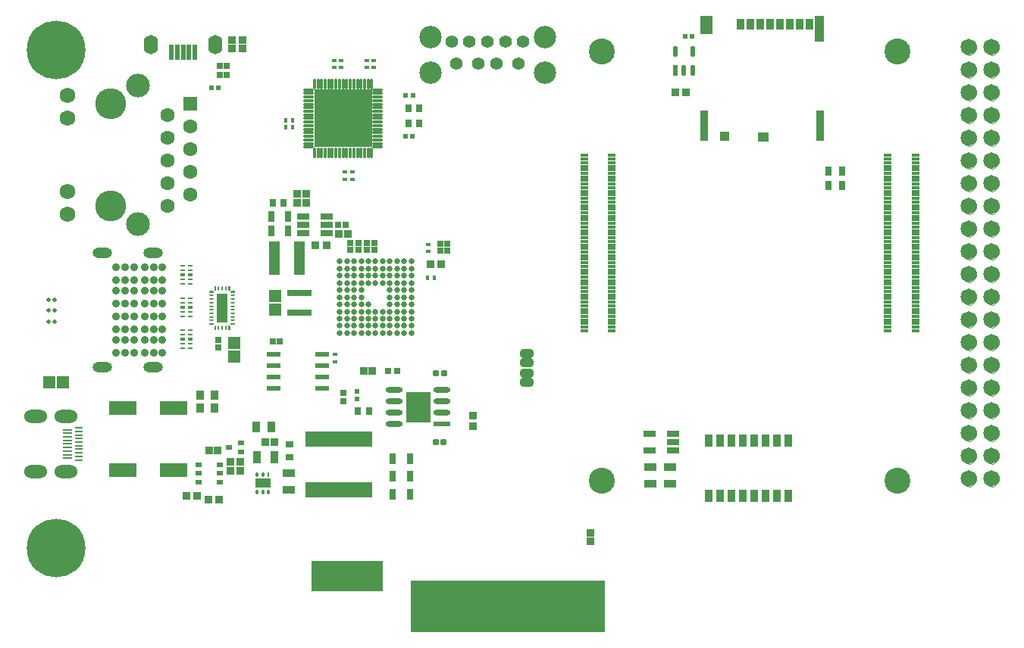
<source format=gts>
G04*
G04 #@! TF.GenerationSoftware,Altium Limited,Altium Designer,24.6.1 (21)*
G04*
G04 Layer_Color=8388736*
%FSLAX44Y44*%
%MOMM*%
G71*
G04*
G04 #@! TF.SameCoordinates,8A5C2320-89B1-46AE-BF24-1CDB1CC95B2A*
G04*
G04*
G04 #@! TF.FilePolarity,Negative*
G04*
G01*
G75*
%ADD29R,1.5500X0.6000*%
%ADD30R,1.4562X1.3781*%
G04:AMPARAMS|DCode=31|XSize=1.9296mm|YSize=0.6121mm|CornerRadius=0.3061mm|HoleSize=0mm|Usage=FLASHONLY|Rotation=180.000|XOffset=0mm|YOffset=0mm|HoleType=Round|Shape=RoundedRectangle|*
%AMROUNDEDRECTD31*
21,1,1.9296,0.0000,0,0,180.0*
21,1,1.3175,0.6121,0,0,180.0*
1,1,0.6121,-0.6588,0.0000*
1,1,0.6121,0.6588,0.0000*
1,1,0.6121,0.6588,0.0000*
1,1,0.6121,-0.6588,0.0000*
%
%ADD31ROUNDEDRECTD31*%
%ADD32R,1.9296X0.6121*%
%ADD35R,0.5000X0.4000*%
%ADD36R,0.7500X1.0000*%
%ADD37R,0.9000X0.8000*%
%ADD40R,1.4000X0.9500*%
%ADD43R,0.9582X1.0061*%
%ADD44R,1.3781X1.4562*%
G04:AMPARAMS|DCode=45|XSize=0.2mm|YSize=0.5mm|CornerRadius=0.05mm|HoleSize=0mm|Usage=FLASHONLY|Rotation=180.000|XOffset=0mm|YOffset=0mm|HoleType=Round|Shape=RoundedRectangle|*
%AMROUNDEDRECTD45*
21,1,0.2000,0.4000,0,0,180.0*
21,1,0.1000,0.5000,0,0,180.0*
1,1,0.1000,-0.0500,0.2000*
1,1,0.1000,0.0500,0.2000*
1,1,0.1000,0.0500,-0.2000*
1,1,0.1000,-0.0500,-0.2000*
%
%ADD45ROUNDEDRECTD45*%
G04:AMPARAMS|DCode=46|XSize=0.5mm|YSize=0.2mm|CornerRadius=0.05mm|HoleSize=0mm|Usage=FLASHONLY|Rotation=180.000|XOffset=0mm|YOffset=0mm|HoleType=Round|Shape=RoundedRectangle|*
%AMROUNDEDRECTD46*
21,1,0.5000,0.1000,0,0,180.0*
21,1,0.4000,0.2000,0,0,180.0*
1,1,0.1000,-0.2000,0.0500*
1,1,0.1000,0.2000,0.0500*
1,1,0.1000,0.2000,-0.0500*
1,1,0.1000,-0.2000,-0.0500*
%
%ADD46ROUNDEDRECTD46*%
G04:AMPARAMS|DCode=47|XSize=0.565mm|YSize=0.2mm|CornerRadius=0.05mm|HoleSize=0mm|Usage=FLASHONLY|Rotation=0.000|XOffset=0mm|YOffset=0mm|HoleType=Round|Shape=RoundedRectangle|*
%AMROUNDEDRECTD47*
21,1,0.5650,0.1000,0,0,0.0*
21,1,0.4650,0.2000,0,0,0.0*
1,1,0.1000,0.2325,-0.0500*
1,1,0.1000,-0.2325,-0.0500*
1,1,0.1000,-0.2325,0.0500*
1,1,0.1000,0.2325,0.0500*
%
%ADD47ROUNDEDRECTD47*%
%ADD48R,1.0000X0.2300*%
%ADD49R,0.8500X0.2300*%
%ADD59R,0.8000X0.5500*%
G04:AMPARAMS|DCode=60|XSize=1.2196mm|YSize=0.5885mm|CornerRadius=0.2942mm|HoleSize=0mm|Usage=FLASHONLY|Rotation=90.000|XOffset=0mm|YOffset=0mm|HoleType=Round|Shape=RoundedRectangle|*
%AMROUNDEDRECTD60*
21,1,1.2196,0.0000,0,0,90.0*
21,1,0.6311,0.5885,0,0,90.0*
1,1,0.5885,0.0000,0.3156*
1,1,0.5885,0.0000,-0.3156*
1,1,0.5885,0.0000,-0.3156*
1,1,0.5885,0.0000,0.3156*
%
%ADD60ROUNDEDRECTD60*%
%ADD61R,0.5885X1.2196*%
%ADD62R,0.5153X0.4725*%
%ADD63R,0.9051X0.9062*%
%ADD65R,2.7000X0.8000*%
%ADD67R,0.4000X0.5000*%
%ADD68R,0.9500X1.4500*%
%ADD71R,0.2925X0.5561*%
G04:AMPARAMS|DCode=73|XSize=0.5561mm|YSize=0.2925mm|CornerRadius=0.1462mm|HoleSize=0mm|Usage=FLASHONLY|Rotation=270.000|XOffset=0mm|YOffset=0mm|HoleType=Round|Shape=RoundedRectangle|*
%AMROUNDEDRECTD73*
21,1,0.5561,0.0000,0,0,270.0*
21,1,0.2636,0.2925,0,0,270.0*
1,1,0.2925,0.0000,-0.1318*
1,1,0.2925,0.0000,0.1318*
1,1,0.2925,0.0000,0.1318*
1,1,0.2925,0.0000,-0.1318*
%
%ADD73ROUNDEDRECTD73*%
%ADD74R,7.5000X1.8000*%
%ADD75R,0.7000X1.3000*%
%ADD76R,0.9062X0.9051*%
%ADD78R,0.8000X0.9000*%
%ADD79R,0.5200X0.5200*%
%ADD81R,0.6682X0.6725*%
%ADD83R,0.7581X0.8121*%
%ADD84R,0.7121X0.7811*%
%ADD85R,0.8065X1.3082*%
%ADD86R,0.4725X0.4682*%
%ADD87R,0.7500X0.9000*%
%ADD88R,1.2000X3.7000*%
%ADD89C,0.0000*%
%ADD90R,8.0000X3.4500*%
%ADD91R,21.7000X5.8500*%
%ADD92R,0.9032X0.4032*%
%ADD93R,0.9144X4.3942*%
%ADD94R,0.9144X3.5032*%
%ADD95O,0.4032X1.1532*%
%ADD96O,1.1532X0.4032*%
%ADD97R,6.4032X6.4032*%
%ADD98R,2.7100X3.3500*%
%ADD99R,0.8532X0.9032*%
%ADD100R,0.9632X1.4532*%
%ADD101R,0.7132X0.6032*%
%ADD102R,1.3532X0.8032*%
%ADD103R,0.7532X0.7532*%
%ADD104R,3.0532X1.6032*%
G04:AMPARAMS|DCode=105|XSize=1.2mm|YSize=3.2mm|CornerRadius=0.048mm|HoleSize=0mm|Usage=FLASHONLY|Rotation=180.000|XOffset=0mm|YOffset=0mm|HoleType=Round|Shape=RoundedRectangle|*
%AMROUNDEDRECTD105*
21,1,1.2000,3.1040,0,0,180.0*
21,1,1.1040,3.2000,0,0,180.0*
1,1,0.0960,-0.5520,1.5520*
1,1,0.0960,0.5520,1.5520*
1,1,0.0960,0.5520,-1.5520*
1,1,0.0960,-0.5520,-1.5520*
%
%ADD105ROUNDEDRECTD105*%
G04:AMPARAMS|DCode=106|XSize=0.565mm|YSize=0.4mm|CornerRadius=0.05mm|HoleSize=0mm|Usage=FLASHONLY|Rotation=0.000|XOffset=0mm|YOffset=0mm|HoleType=Round|Shape=RoundedRectangle|*
%AMROUNDEDRECTD106*
21,1,0.5650,0.3000,0,0,0.0*
21,1,0.4650,0.4000,0,0,0.0*
1,1,0.1000,0.2325,-0.1500*
1,1,0.1000,-0.2325,-0.1500*
1,1,0.1000,-0.2325,0.1500*
1,1,0.1000,0.2325,0.1500*
%
%ADD106ROUNDEDRECTD106*%
%ADD107R,0.9032X0.8532*%
%ADD108R,0.9032X0.4032*%
G04:AMPARAMS|DCode=109|XSize=0.9652mm|YSize=1.4732mm|CornerRadius=0.2921mm|HoleSize=0mm|Usage=FLASHONLY|Rotation=90.000|XOffset=0mm|YOffset=0mm|HoleType=Round|Shape=RoundedRectangle|*
%AMROUNDEDRECTD109*
21,1,0.9652,0.8890,0,0,90.0*
21,1,0.3810,1.4732,0,0,90.0*
1,1,0.5842,0.4445,0.1905*
1,1,0.5842,0.4445,-0.1905*
1,1,0.5842,-0.4445,-0.1905*
1,1,0.5842,-0.4445,0.1905*
%
%ADD109ROUNDEDRECTD109*%
%ADD110R,1.1032X1.1332*%
%ADD111R,1.2532X0.9832*%
%ADD112R,1.3432X2.0332*%
%ADD113R,0.9032X3.5032*%
%ADD114R,1.0632X3.0032*%
%ADD115R,0.9032X1.3032*%
%ADD116C,0.6532*%
%ADD117R,0.6532X0.6532*%
%ADD118R,0.6532X0.6532*%
%ADD119R,0.9232X0.9232*%
%ADD120R,0.8532X0.8532*%
%ADD121R,0.6032X1.7032*%
G04:AMPARAMS|DCode=122|XSize=0.7532mm|YSize=0.7032mm|CornerRadius=0.1641mm|HoleSize=0mm|Usage=FLASHONLY|Rotation=270.000|XOffset=0mm|YOffset=0mm|HoleType=Round|Shape=RoundedRectangle|*
%AMROUNDEDRECTD122*
21,1,0.7532,0.3750,0,0,270.0*
21,1,0.4250,0.7032,0,0,270.0*
1,1,0.3282,-0.1875,-0.2125*
1,1,0.3282,-0.1875,0.2125*
1,1,0.3282,0.1875,0.2125*
1,1,0.3282,0.1875,-0.2125*
%
%ADD122ROUNDEDRECTD122*%
%ADD123R,0.8032X0.7532*%
%ADD124R,1.7000X1.1000*%
%ADD125O,2.2032X1.1176*%
%ADD126C,1.4112*%
%ADD127C,2.5032*%
%ADD128C,6.5532*%
G04:AMPARAMS|DCode=129|XSize=1.5mm|YSize=2.55mm|CornerRadius=0.75mm|HoleSize=0mm|Usage=FLASHONLY|Rotation=270.000|XOffset=0mm|YOffset=0mm|HoleType=Round|Shape=RoundedRectangle|*
%AMROUNDEDRECTD129*
21,1,1.5000,1.0500,0,0,270.0*
21,1,0.0000,2.5500,0,0,270.0*
1,1,1.5000,-0.5250,0.0000*
1,1,1.5000,-0.5250,0.0000*
1,1,1.5000,0.5250,0.0000*
1,1,1.5000,0.5250,0.0000*
%
%ADD129ROUNDEDRECTD129*%
%ADD130C,0.9032*%
%ADD131C,1.8232*%
%ADD132C,1.7332*%
%ADD133C,1.6012*%
%ADD134O,1.6032X2.1532*%
%ADD135R,1.6012X1.6012*%
%ADD136C,2.6482*%
%ADD137C,3.4532*%
%ADD138C,2.9032*%
%ADD139C,0.5000*%
G36*
X226250Y297500D02*
X226349D01*
X226533Y297424D01*
X226674Y297283D01*
X226750Y297099D01*
Y297000D01*
X226750D01*
Y293000D01*
X226750Y292901D01*
X226674Y292717D01*
X226533Y292576D01*
X226349Y292500D01*
X226250D01*
X225250Y292500D01*
X225151Y292500D01*
X224967Y292576D01*
X224826Y292717D01*
X224750Y292901D01*
X224750Y293000D01*
Y296600D01*
X225650Y297500D01*
X226250Y297500D01*
D02*
G37*
G36*
X223750Y300000D02*
X223849D01*
X224033Y299924D01*
X224174Y299783D01*
X224250Y299599D01*
Y299500D01*
X224250Y298900D01*
X223350Y298000D01*
X219750D01*
Y298000D01*
X219650Y298000D01*
X219467Y298076D01*
X219326Y298217D01*
X219250Y298400D01*
X219250Y298500D01*
X219250Y299500D01*
Y299599D01*
X219326Y299783D01*
X219467Y299924D01*
X219651Y300000D01*
X219750Y300000D01*
X223750Y300000D01*
Y300000D01*
D02*
G37*
G36*
X242750Y296600D02*
Y293000D01*
X242750D01*
X242750Y292901D01*
X242674Y292717D01*
X242533Y292576D01*
X242349Y292500D01*
X242250Y292500D01*
X241250Y292500D01*
X241250Y292500D01*
X241151D01*
X240967Y292576D01*
X240826Y292717D01*
X240750Y292901D01*
X240750Y293000D01*
X240750Y297000D01*
Y297099D01*
X240826Y297283D01*
X240967Y297424D01*
X241150Y297500D01*
X241250D01*
X241850Y297500D01*
X242750Y296600D01*
D02*
G37*
G36*
X247750Y300000D02*
X247849Y300000D01*
X248033Y299924D01*
X248174Y299783D01*
X248250Y299599D01*
Y299500D01*
X248250D01*
X248250Y298500D01*
X248250Y298400D01*
X248174Y298217D01*
X248033Y298076D01*
X247849Y298000D01*
X247750Y298000D01*
X247750Y298000D01*
X244150D01*
X243250Y298900D01*
Y299500D01*
Y299599D01*
X243326Y299783D01*
X243467Y299924D01*
X243650Y300000D01*
X243750D01*
X243750Y300000D01*
X247750Y300000D01*
D02*
G37*
G36*
X219750Y336000D02*
X223350D01*
X224250Y335100D01*
X224250Y334500D01*
Y334401D01*
X224174Y334217D01*
X224033Y334076D01*
X223849Y334000D01*
X223750D01*
Y334000D01*
X219750D01*
X219651Y334000D01*
X219467Y334076D01*
X219326Y334217D01*
X219250Y334401D01*
Y334500D01*
Y334500D01*
X219250Y335500D01*
X219250Y335600D01*
X219326Y335783D01*
X219467Y335924D01*
X219650Y336000D01*
X219750Y336000D01*
D02*
G37*
G36*
X225250Y341500D02*
X226250Y341500D01*
Y341500D01*
X226349D01*
X226533Y341424D01*
X226674Y341283D01*
X226750Y341099D01*
X226750Y341000D01*
Y337000D01*
X226750Y337000D01*
Y336900D01*
X226674Y336717D01*
X226533Y336576D01*
X226349Y336500D01*
X225650D01*
X224750Y337400D01*
Y341000D01*
X224750Y341099D01*
X224826Y341283D01*
X224967Y341424D01*
X225151Y341500D01*
X225250Y341500D01*
D02*
G37*
G36*
X242533Y341424D02*
X242674Y341283D01*
X242750Y341099D01*
X242750Y341000D01*
X242750Y341000D01*
Y337400D01*
X241850Y336500D01*
X241150D01*
X240967Y336576D01*
X240826Y336717D01*
X240750Y336900D01*
Y337000D01*
Y337000D01*
X240750Y341000D01*
X240750Y341099D01*
X240826Y341283D01*
X240967Y341424D01*
X241151Y341500D01*
X241250D01*
X241250Y341500D01*
X242250Y341500D01*
X242349Y341500D01*
X242533Y341424D01*
D02*
G37*
G36*
X248033Y335924D02*
X248174Y335783D01*
X248250Y335600D01*
X248250Y335500D01*
X248250Y334500D01*
X248250Y334500D01*
Y334401D01*
X248174Y334217D01*
X248033Y334076D01*
X247849Y334000D01*
X247750Y334000D01*
X243750D01*
X243750Y334000D01*
X243650D01*
X243467Y334076D01*
X243326Y334217D01*
X243250Y334401D01*
Y334500D01*
Y335100D01*
X244150Y336000D01*
X247750D01*
X247849Y336000D01*
X248033Y335924D01*
D02*
G37*
G36*
X219750Y336000D02*
X223350D01*
X224250Y335100D01*
X224250Y334500D01*
Y334401D01*
X224174Y334217D01*
X224033Y334076D01*
X223849Y334000D01*
X223750D01*
Y334000D01*
X219750D01*
X219651Y334000D01*
X219467Y334076D01*
X219326Y334217D01*
X219250Y334401D01*
Y334500D01*
Y334500D01*
X219250Y335500D01*
X219250Y335600D01*
X219326Y335783D01*
X219467Y335924D01*
X219650Y336000D01*
X219750Y336000D01*
D02*
G37*
G36*
X223750Y300000D02*
X223849D01*
X224033Y299924D01*
X224174Y299783D01*
X224250Y299599D01*
Y299500D01*
X224250Y298900D01*
X223350Y298000D01*
X219750D01*
Y298000D01*
X219650Y298000D01*
X219467Y298076D01*
X219326Y298217D01*
X219250Y298400D01*
X219250Y298500D01*
X219250Y299500D01*
Y299599D01*
X219326Y299783D01*
X219467Y299924D01*
X219651Y300000D01*
X219750Y300000D01*
X223750Y300000D01*
Y300000D01*
D02*
G37*
G36*
X248033Y335924D02*
X248174Y335783D01*
X248250Y335600D01*
X248250Y335500D01*
X248250Y334500D01*
X248250Y334500D01*
Y334401D01*
X248174Y334217D01*
X248033Y334076D01*
X247849Y334000D01*
X247750Y334000D01*
X243750D01*
X243750Y334000D01*
X243650D01*
X243467Y334076D01*
X243326Y334217D01*
X243250Y334401D01*
Y334500D01*
Y335100D01*
X244150Y336000D01*
X247750D01*
X247849Y336000D01*
X248033Y335924D01*
D02*
G37*
G36*
X247750Y300000D02*
X247849Y300000D01*
X248033Y299924D01*
X248174Y299783D01*
X248250Y299599D01*
Y299500D01*
X248250D01*
X248250Y298500D01*
X248250Y298400D01*
X248174Y298217D01*
X248033Y298076D01*
X247849Y298000D01*
X247750Y298000D01*
X247750Y298000D01*
X244150D01*
X243250Y298900D01*
Y299500D01*
Y299599D01*
X243326Y299783D01*
X243467Y299924D01*
X243650Y300000D01*
X243750D01*
X243750Y300000D01*
X247750Y300000D01*
D02*
G37*
G36*
X225250Y341500D02*
X226250Y341500D01*
Y341500D01*
X226349D01*
X226533Y341424D01*
X226674Y341283D01*
X226750Y341099D01*
X226750Y341000D01*
Y337000D01*
X226750Y337000D01*
Y336900D01*
X226674Y336717D01*
X226533Y336576D01*
X226349Y336500D01*
X225650D01*
X224750Y337400D01*
Y341000D01*
X224750Y341099D01*
X224826Y341283D01*
X224967Y341424D01*
X225151Y341500D01*
X225250Y341500D01*
D02*
G37*
G36*
X242533Y341424D02*
X242674Y341283D01*
X242750Y341099D01*
X242750Y341000D01*
X242750Y341000D01*
Y337400D01*
X241850Y336500D01*
X241150D01*
X240967Y336576D01*
X240826Y336717D01*
X240750Y336900D01*
Y337000D01*
Y337000D01*
X240750Y341000D01*
X240750Y341099D01*
X240826Y341283D01*
X240967Y341424D01*
X241151Y341500D01*
X241250D01*
X241250Y341500D01*
X242250Y341500D01*
X242349Y341500D01*
X242533Y341424D01*
D02*
G37*
G36*
X226250Y297500D02*
X226349D01*
X226533Y297424D01*
X226674Y297283D01*
X226750Y297099D01*
Y297000D01*
X226750D01*
Y293000D01*
X226750Y292901D01*
X226674Y292717D01*
X226533Y292576D01*
X226349Y292500D01*
X226250D01*
X225250Y292500D01*
X225151Y292500D01*
X224967Y292576D01*
X224826Y292717D01*
X224750Y292901D01*
X224750Y293000D01*
Y296600D01*
X225650Y297500D01*
X226250Y297500D01*
D02*
G37*
G36*
X242750Y296600D02*
Y293000D01*
X242750D01*
X242750Y292901D01*
X242674Y292717D01*
X242533Y292576D01*
X242349Y292500D01*
X242250Y292500D01*
X241250Y292500D01*
X241250Y292500D01*
X241151D01*
X240967Y292576D01*
X240826Y292717D01*
X240750Y292901D01*
X240750Y293000D01*
X240750Y297000D01*
Y297099D01*
X240826Y297283D01*
X240967Y297424D01*
X241150Y297500D01*
X241250D01*
X241850Y297500D01*
X242750Y296600D01*
D02*
G37*
G54D29*
X345000Y265400D02*
D03*
X291000Y252700D02*
D03*
Y265400D02*
D03*
Y240000D02*
D03*
Y227300D02*
D03*
X345000Y240000D02*
D03*
Y227300D02*
D03*
Y252700D02*
D03*
G54D30*
X246750Y277891D02*
D03*
Y262609D02*
D03*
X293250Y314859D02*
D03*
Y330141D02*
D03*
G54D31*
X426175Y225100D02*
D03*
Y212400D02*
D03*
Y187000D02*
D03*
X479000Y225100D02*
D03*
X426175Y199700D02*
D03*
X479000Y212400D02*
D03*
Y199700D02*
D03*
G54D32*
Y187000D02*
D03*
G54D35*
X358885Y594000D02*
D03*
Y586000D02*
D03*
X366614Y594000D02*
D03*
Y586000D02*
D03*
X402500Y586000D02*
D03*
Y594000D02*
D03*
X395000Y586000D02*
D03*
Y594000D02*
D03*
X464000Y380000D02*
D03*
X360000Y265000D02*
D03*
X464000Y388000D02*
D03*
X360000Y257000D02*
D03*
X379000Y461250D02*
D03*
Y469250D02*
D03*
X370750Y461250D02*
D03*
Y469250D02*
D03*
G54D36*
X926250Y470250D02*
D03*
X911250D02*
D03*
X926250Y454250D02*
D03*
X911250D02*
D03*
G54D37*
X308750Y149750D02*
D03*
Y164750D02*
D03*
G54D40*
X712000Y120750D02*
D03*
Y139250D02*
D03*
X734000Y120750D02*
D03*
Y139250D02*
D03*
X308000Y113750D02*
D03*
Y132250D02*
D03*
G54D43*
X225000Y219261D02*
D03*
Y204739D02*
D03*
X209000Y219261D02*
D03*
Y204739D02*
D03*
G54D44*
X56031Y233500D02*
D03*
X40750D02*
D03*
G54D45*
X237750Y295000D02*
D03*
X233750D02*
D03*
X229750D02*
D03*
Y339000D02*
D03*
X233750D02*
D03*
X237750D02*
D03*
G54D46*
X221750Y303000D02*
D03*
Y307000D02*
D03*
Y311000D02*
D03*
Y315000D02*
D03*
Y319000D02*
D03*
Y323000D02*
D03*
Y327000D02*
D03*
Y331000D02*
D03*
X245750D02*
D03*
Y327000D02*
D03*
Y323000D02*
D03*
Y319000D02*
D03*
Y315000D02*
D03*
Y311000D02*
D03*
Y307000D02*
D03*
Y303000D02*
D03*
G54D47*
X189825Y323000D02*
D03*
X198175D02*
D03*
X189825Y328000D02*
D03*
X198175D02*
D03*
X189825Y308000D02*
D03*
X198175D02*
D03*
X189825Y313000D02*
D03*
X198175D02*
D03*
X189825Y344000D02*
D03*
X198175D02*
D03*
Y349000D02*
D03*
X189825D02*
D03*
X198175Y292000D02*
D03*
X189825D02*
D03*
X198175Y287000D02*
D03*
X189825D02*
D03*
Y364000D02*
D03*
X198175D02*
D03*
Y359000D02*
D03*
X189825D02*
D03*
X198175Y272000D02*
D03*
X189825D02*
D03*
X198175Y277000D02*
D03*
X189825D02*
D03*
G54D48*
X61000Y181000D02*
D03*
Y177000D02*
D03*
Y173000D02*
D03*
Y169000D02*
D03*
Y165000D02*
D03*
Y161000D02*
D03*
Y157000D02*
D03*
Y153000D02*
D03*
Y149000D02*
D03*
G54D49*
X73250Y183000D02*
D03*
Y179000D02*
D03*
Y175000D02*
D03*
Y171000D02*
D03*
Y167000D02*
D03*
Y163000D02*
D03*
Y159000D02*
D03*
Y155000D02*
D03*
Y151000D02*
D03*
Y147000D02*
D03*
G54D59*
X231000Y122500D02*
D03*
Y132000D02*
D03*
Y141500D02*
D03*
X207000D02*
D03*
Y132000D02*
D03*
Y122500D02*
D03*
G54D60*
X740210Y603865D02*
D03*
X759000D02*
D03*
Y583000D02*
D03*
X749605D02*
D03*
G54D61*
X740210D02*
D03*
G54D62*
X751214Y621000D02*
D03*
X758786D02*
D03*
G54D63*
X739994Y558000D02*
D03*
X752006D02*
D03*
X465994Y366000D02*
D03*
X337989Y387500D02*
D03*
X230006Y103000D02*
D03*
X206006Y107000D02*
D03*
X478006Y366000D02*
D03*
X350000Y387500D02*
D03*
X193994Y107000D02*
D03*
X217994Y103000D02*
D03*
G54D65*
X320250Y311500D02*
D03*
Y333500D02*
D03*
G54D67*
X463000Y351000D02*
D03*
X471000D02*
D03*
X312500Y519000D02*
D03*
Y527000D02*
D03*
X304500Y519000D02*
D03*
Y527000D02*
D03*
G54D68*
X291750Y150000D02*
D03*
X272250D02*
D03*
G54D71*
X285500Y131000D02*
D03*
G54D73*
Y111439D02*
D03*
X272500D02*
D03*
Y131000D02*
D03*
X279000Y111439D02*
D03*
Y131000D02*
D03*
G54D74*
X364000Y114000D02*
D03*
Y170000D02*
D03*
G54D75*
X424246Y108769D02*
D03*
Y148769D02*
D03*
Y128769D02*
D03*
X443246Y148769D02*
D03*
Y108769D02*
D03*
Y128769D02*
D03*
X307500Y403000D02*
D03*
Y419000D02*
D03*
X288500Y403000D02*
D03*
Y419000D02*
D03*
G54D76*
X514000Y196512D02*
D03*
Y184500D02*
D03*
G54D78*
X441514Y523776D02*
D03*
X454014Y540276D02*
D03*
X441514D02*
D03*
X454014Y523776D02*
D03*
G54D79*
X446764Y554776D02*
D03*
X446264Y509026D02*
D03*
X229750Y563000D02*
D03*
X221750D02*
D03*
X438764Y554776D02*
D03*
X438264Y509026D02*
D03*
G54D81*
X429022Y247000D02*
D03*
X418979D02*
D03*
G54D83*
X397770Y202000D02*
D03*
X385230D02*
D03*
G54D84*
X369000Y212345D02*
D03*
Y221655D02*
D03*
G54D85*
X288509Y184000D02*
D03*
X271491D02*
D03*
G54D86*
X384000Y223521D02*
D03*
Y215479D02*
D03*
G54D87*
X290000Y435000D02*
D03*
X302000D02*
D03*
G54D88*
X292000Y373000D02*
D03*
X320000D02*
D03*
G54D89*
X1076211Y608600D02*
X1075828Y611138D01*
X1074714Y613451D01*
X1072969Y615332D01*
X1070746Y616615D01*
X1068243Y617187D01*
X1065684Y616995D01*
X1063295Y616057D01*
X1061288Y614457D01*
X1059842Y612336D01*
X1059086Y609883D01*
Y607317D01*
X1059842Y604864D01*
X1061288Y602743D01*
X1063295Y601143D01*
X1065684Y600205D01*
X1068243Y600014D01*
X1070746Y600585D01*
X1072969Y601868D01*
X1074714Y603750D01*
X1075828Y606062D01*
X1076211Y608600D01*
X1101611D02*
X1101228Y611138D01*
X1100114Y613451D01*
X1098369Y615332D01*
X1096146Y616615D01*
X1093643Y617187D01*
X1091084Y616995D01*
X1088695Y616057D01*
X1086688Y614457D01*
X1085242Y612336D01*
X1084486Y609883D01*
Y607317D01*
X1085242Y604864D01*
X1086688Y602743D01*
X1088695Y601143D01*
X1091084Y600205D01*
X1093643Y600014D01*
X1096146Y600585D01*
X1098369Y601868D01*
X1100114Y603750D01*
X1101228Y606062D01*
X1101611Y608600D01*
X1076211Y583200D02*
X1075828Y585738D01*
X1074714Y588050D01*
X1072969Y589932D01*
X1070746Y591215D01*
X1068243Y591786D01*
X1065684Y591595D01*
X1063295Y590657D01*
X1061288Y589057D01*
X1059842Y586936D01*
X1059086Y584483D01*
Y581917D01*
X1059842Y579464D01*
X1061288Y577343D01*
X1063295Y575743D01*
X1065684Y574805D01*
X1068243Y574613D01*
X1070746Y575185D01*
X1072969Y576468D01*
X1074714Y578349D01*
X1075828Y580662D01*
X1076211Y583200D01*
X1101611D02*
X1101228Y585738D01*
X1100114Y588050D01*
X1098369Y589932D01*
X1096146Y591215D01*
X1093643Y591786D01*
X1091084Y591595D01*
X1088695Y590657D01*
X1086688Y589057D01*
X1085242Y586936D01*
X1084486Y584483D01*
Y581917D01*
X1085242Y579464D01*
X1086688Y577343D01*
X1088695Y575743D01*
X1091084Y574805D01*
X1093643Y574613D01*
X1096146Y575185D01*
X1098369Y576468D01*
X1100114Y578349D01*
X1101228Y580662D01*
X1101611Y583200D01*
X1076211Y557800D02*
X1075828Y560338D01*
X1074714Y562650D01*
X1072969Y564532D01*
X1070746Y565815D01*
X1068243Y566386D01*
X1065684Y566195D01*
X1063295Y565257D01*
X1061288Y563657D01*
X1059842Y561536D01*
X1059086Y559083D01*
Y556517D01*
X1059842Y554064D01*
X1061288Y551943D01*
X1063295Y550343D01*
X1065684Y549405D01*
X1068243Y549213D01*
X1070746Y549785D01*
X1072969Y551068D01*
X1074714Y552949D01*
X1075828Y555262D01*
X1076211Y557800D01*
X1101611D02*
X1101228Y560338D01*
X1100114Y562650D01*
X1098369Y564532D01*
X1096146Y565815D01*
X1093643Y566386D01*
X1091084Y566195D01*
X1088695Y565257D01*
X1086688Y563657D01*
X1085242Y561536D01*
X1084486Y559083D01*
Y556517D01*
X1085242Y554064D01*
X1086688Y551943D01*
X1088695Y550343D01*
X1091084Y549405D01*
X1093643Y549213D01*
X1096146Y549785D01*
X1098369Y551068D01*
X1100114Y552949D01*
X1101228Y555262D01*
X1101611Y557800D01*
X1076211Y532400D02*
X1075828Y534938D01*
X1074714Y537251D01*
X1072969Y539132D01*
X1070746Y540415D01*
X1068243Y540987D01*
X1065684Y540795D01*
X1063295Y539857D01*
X1061288Y538257D01*
X1059842Y536136D01*
X1059086Y533683D01*
Y531117D01*
X1059842Y528664D01*
X1061288Y526543D01*
X1063295Y524943D01*
X1065684Y524005D01*
X1068243Y523814D01*
X1070746Y524385D01*
X1072969Y525668D01*
X1074714Y527550D01*
X1075828Y529862D01*
X1076211Y532400D01*
X1101611D02*
X1101228Y534938D01*
X1100114Y537251D01*
X1098369Y539132D01*
X1096146Y540415D01*
X1093643Y540987D01*
X1091084Y540795D01*
X1088695Y539857D01*
X1086688Y538257D01*
X1085242Y536136D01*
X1084486Y533683D01*
Y531117D01*
X1085242Y528664D01*
X1086688Y526543D01*
X1088695Y524943D01*
X1091084Y524005D01*
X1093643Y523814D01*
X1096146Y524385D01*
X1098369Y525668D01*
X1100114Y527550D01*
X1101228Y529862D01*
X1101611Y532400D01*
X1076211Y507000D02*
X1075828Y509538D01*
X1074714Y511851D01*
X1072969Y513732D01*
X1070746Y515015D01*
X1068243Y515587D01*
X1065684Y515395D01*
X1063295Y514457D01*
X1061288Y512857D01*
X1059842Y510736D01*
X1059086Y508283D01*
Y505717D01*
X1059842Y503264D01*
X1061288Y501143D01*
X1063295Y499543D01*
X1065684Y498605D01*
X1068243Y498414D01*
X1070746Y498985D01*
X1072969Y500268D01*
X1074714Y502150D01*
X1075828Y504462D01*
X1076211Y507000D01*
X1101611D02*
X1101228Y509538D01*
X1100114Y511851D01*
X1098369Y513732D01*
X1096146Y515015D01*
X1093643Y515587D01*
X1091084Y515395D01*
X1088695Y514457D01*
X1086688Y512857D01*
X1085242Y510736D01*
X1084486Y508283D01*
Y505717D01*
X1085242Y503264D01*
X1086688Y501143D01*
X1088695Y499543D01*
X1091084Y498605D01*
X1093643Y498414D01*
X1096146Y498985D01*
X1098369Y500268D01*
X1100114Y502150D01*
X1101228Y504462D01*
X1101611Y507000D01*
X1076211Y481600D02*
X1075828Y484138D01*
X1074714Y486451D01*
X1072969Y488332D01*
X1070746Y489615D01*
X1068243Y490187D01*
X1065684Y489995D01*
X1063295Y489057D01*
X1061288Y487457D01*
X1059842Y485336D01*
X1059086Y482883D01*
Y480317D01*
X1059842Y477864D01*
X1061288Y475743D01*
X1063295Y474143D01*
X1065684Y473205D01*
X1068243Y473013D01*
X1070746Y473585D01*
X1072969Y474868D01*
X1074714Y476749D01*
X1075828Y479062D01*
X1076211Y481600D01*
X1101611D02*
X1101228Y484138D01*
X1100114Y486451D01*
X1098369Y488332D01*
X1096146Y489615D01*
X1093643Y490187D01*
X1091084Y489995D01*
X1088695Y489057D01*
X1086688Y487457D01*
X1085242Y485336D01*
X1084486Y482883D01*
Y480317D01*
X1085242Y477864D01*
X1086688Y475743D01*
X1088695Y474143D01*
X1091084Y473205D01*
X1093643Y473013D01*
X1096146Y473585D01*
X1098369Y474868D01*
X1100114Y476749D01*
X1101228Y479062D01*
X1101611Y481600D01*
X1076211Y456200D02*
X1075828Y458738D01*
X1074714Y461050D01*
X1072969Y462932D01*
X1070746Y464215D01*
X1068243Y464786D01*
X1065684Y464595D01*
X1063295Y463657D01*
X1061288Y462057D01*
X1059842Y459936D01*
X1059086Y457483D01*
Y454917D01*
X1059842Y452464D01*
X1061288Y450343D01*
X1063295Y448743D01*
X1065684Y447805D01*
X1068243Y447613D01*
X1070746Y448185D01*
X1072969Y449468D01*
X1074714Y451349D01*
X1075828Y453662D01*
X1076211Y456200D01*
X1101611D02*
X1101228Y458738D01*
X1100114Y461050D01*
X1098369Y462932D01*
X1096146Y464215D01*
X1093643Y464786D01*
X1091084Y464595D01*
X1088695Y463657D01*
X1086688Y462057D01*
X1085242Y459936D01*
X1084486Y457483D01*
Y454917D01*
X1085242Y452464D01*
X1086688Y450343D01*
X1088695Y448743D01*
X1091084Y447805D01*
X1093643Y447613D01*
X1096146Y448185D01*
X1098369Y449468D01*
X1100114Y451349D01*
X1101228Y453662D01*
X1101611Y456200D01*
X1076211Y430800D02*
X1075828Y433338D01*
X1074714Y435650D01*
X1072969Y437532D01*
X1070746Y438815D01*
X1068243Y439386D01*
X1065684Y439195D01*
X1063295Y438257D01*
X1061288Y436657D01*
X1059842Y434536D01*
X1059086Y432083D01*
Y429517D01*
X1059842Y427064D01*
X1061288Y424943D01*
X1063295Y423343D01*
X1065684Y422405D01*
X1068243Y422214D01*
X1070746Y422785D01*
X1072969Y424068D01*
X1074714Y425950D01*
X1075828Y428262D01*
X1076211Y430800D01*
X1101611D02*
X1101228Y433338D01*
X1100114Y435650D01*
X1098369Y437532D01*
X1096146Y438815D01*
X1093643Y439386D01*
X1091084Y439195D01*
X1088695Y438257D01*
X1086688Y436657D01*
X1085242Y434536D01*
X1084486Y432083D01*
Y429517D01*
X1085242Y427064D01*
X1086688Y424943D01*
X1088695Y423343D01*
X1091084Y422405D01*
X1093643Y422214D01*
X1096146Y422785D01*
X1098369Y424068D01*
X1100114Y425950D01*
X1101228Y428262D01*
X1101611Y430800D01*
X1076211Y405400D02*
X1075828Y407938D01*
X1074714Y410251D01*
X1072969Y412132D01*
X1070746Y413415D01*
X1068243Y413987D01*
X1065684Y413795D01*
X1063295Y412857D01*
X1061288Y411257D01*
X1059842Y409136D01*
X1059086Y406683D01*
Y404117D01*
X1059842Y401664D01*
X1061288Y399543D01*
X1063295Y397943D01*
X1065684Y397005D01*
X1068243Y396814D01*
X1070746Y397385D01*
X1072969Y398668D01*
X1074714Y400550D01*
X1075828Y402862D01*
X1076211Y405400D01*
X1101611D02*
X1101228Y407938D01*
X1100114Y410251D01*
X1098369Y412132D01*
X1096146Y413415D01*
X1093643Y413987D01*
X1091084Y413795D01*
X1088695Y412857D01*
X1086688Y411257D01*
X1085242Y409136D01*
X1084486Y406683D01*
Y404117D01*
X1085242Y401664D01*
X1086688Y399543D01*
X1088695Y397943D01*
X1091084Y397005D01*
X1093643Y396814D01*
X1096146Y397385D01*
X1098369Y398668D01*
X1100114Y400550D01*
X1101228Y402862D01*
X1101611Y405400D01*
X1076211Y380000D02*
X1075828Y382538D01*
X1074714Y384851D01*
X1072969Y386732D01*
X1070746Y388015D01*
X1068243Y388587D01*
X1065684Y388395D01*
X1063295Y387457D01*
X1061288Y385857D01*
X1059842Y383736D01*
X1059086Y381283D01*
Y378717D01*
X1059842Y376264D01*
X1061288Y374143D01*
X1063295Y372543D01*
X1065684Y371605D01*
X1068243Y371413D01*
X1070746Y371985D01*
X1072969Y373268D01*
X1074714Y375149D01*
X1075828Y377462D01*
X1076211Y380000D01*
X1101611D02*
X1101228Y382538D01*
X1100114Y384851D01*
X1098369Y386732D01*
X1096146Y388015D01*
X1093643Y388587D01*
X1091084Y388395D01*
X1088695Y387457D01*
X1086688Y385857D01*
X1085242Y383736D01*
X1084486Y381283D01*
Y378717D01*
X1085242Y376264D01*
X1086688Y374143D01*
X1088695Y372543D01*
X1091084Y371605D01*
X1093643Y371413D01*
X1096146Y371985D01*
X1098369Y373268D01*
X1100114Y375149D01*
X1101228Y377462D01*
X1101611Y380000D01*
X1076211Y354600D02*
X1075828Y357138D01*
X1074714Y359450D01*
X1072969Y361332D01*
X1070746Y362615D01*
X1068243Y363186D01*
X1065684Y362995D01*
X1063295Y362057D01*
X1061288Y360457D01*
X1059842Y358336D01*
X1059086Y355883D01*
Y353317D01*
X1059842Y350864D01*
X1061288Y348743D01*
X1063295Y347143D01*
X1065684Y346205D01*
X1068243Y346013D01*
X1070746Y346585D01*
X1072969Y347868D01*
X1074714Y349749D01*
X1075828Y352062D01*
X1076211Y354600D01*
X1101611D02*
X1101228Y357138D01*
X1100114Y359450D01*
X1098369Y361332D01*
X1096146Y362615D01*
X1093643Y363186D01*
X1091084Y362995D01*
X1088695Y362057D01*
X1086688Y360457D01*
X1085242Y358336D01*
X1084486Y355883D01*
Y353317D01*
X1085242Y350864D01*
X1086688Y348743D01*
X1088695Y347143D01*
X1091084Y346205D01*
X1093643Y346013D01*
X1096146Y346585D01*
X1098369Y347868D01*
X1100114Y349749D01*
X1101228Y352062D01*
X1101611Y354600D01*
X1076211Y329200D02*
X1075828Y331738D01*
X1074714Y334050D01*
X1072969Y335932D01*
X1070746Y337215D01*
X1068243Y337786D01*
X1065684Y337595D01*
X1063295Y336657D01*
X1061288Y335057D01*
X1059842Y332936D01*
X1059086Y330483D01*
Y327917D01*
X1059842Y325464D01*
X1061288Y323343D01*
X1063295Y321743D01*
X1065684Y320805D01*
X1068243Y320614D01*
X1070746Y321185D01*
X1072969Y322468D01*
X1074714Y324350D01*
X1075828Y326662D01*
X1076211Y329200D01*
X1101611D02*
X1101228Y331738D01*
X1100114Y334050D01*
X1098369Y335932D01*
X1096146Y337215D01*
X1093643Y337786D01*
X1091084Y337595D01*
X1088695Y336657D01*
X1086688Y335057D01*
X1085242Y332936D01*
X1084486Y330483D01*
Y327917D01*
X1085242Y325464D01*
X1086688Y323343D01*
X1088695Y321743D01*
X1091084Y320805D01*
X1093643Y320614D01*
X1096146Y321185D01*
X1098369Y322468D01*
X1100114Y324350D01*
X1101228Y326662D01*
X1101611Y329200D01*
X1076211Y303800D02*
X1075828Y306338D01*
X1074714Y308650D01*
X1072969Y310532D01*
X1070746Y311815D01*
X1068243Y312386D01*
X1065684Y312195D01*
X1063295Y311257D01*
X1061288Y309657D01*
X1059842Y307536D01*
X1059086Y305083D01*
Y302517D01*
X1059842Y300064D01*
X1061288Y297943D01*
X1063295Y296343D01*
X1065684Y295405D01*
X1068243Y295214D01*
X1070746Y295785D01*
X1072969Y297068D01*
X1074714Y298950D01*
X1075828Y301262D01*
X1076211Y303800D01*
X1101611D02*
X1101228Y306338D01*
X1100114Y308650D01*
X1098369Y310532D01*
X1096146Y311815D01*
X1093643Y312386D01*
X1091084Y312195D01*
X1088695Y311257D01*
X1086688Y309657D01*
X1085242Y307536D01*
X1084486Y305083D01*
Y302517D01*
X1085242Y300064D01*
X1086688Y297943D01*
X1088695Y296343D01*
X1091084Y295405D01*
X1093643Y295214D01*
X1096146Y295785D01*
X1098369Y297068D01*
X1100114Y298950D01*
X1101228Y301262D01*
X1101611Y303800D01*
X1076211Y278400D02*
X1075828Y280938D01*
X1074714Y283251D01*
X1072969Y285132D01*
X1070746Y286415D01*
X1068243Y286987D01*
X1065684Y286795D01*
X1063295Y285857D01*
X1061288Y284257D01*
X1059842Y282136D01*
X1059086Y279683D01*
Y277117D01*
X1059842Y274664D01*
X1061288Y272543D01*
X1063295Y270943D01*
X1065684Y270005D01*
X1068243Y269813D01*
X1070746Y270385D01*
X1072969Y271668D01*
X1074714Y273549D01*
X1075828Y275862D01*
X1076211Y278400D01*
X1101611D02*
X1101228Y280938D01*
X1100114Y283251D01*
X1098369Y285132D01*
X1096146Y286415D01*
X1093643Y286987D01*
X1091084Y286795D01*
X1088695Y285857D01*
X1086688Y284257D01*
X1085242Y282136D01*
X1084486Y279683D01*
Y277117D01*
X1085242Y274664D01*
X1086688Y272543D01*
X1088695Y270943D01*
X1091084Y270005D01*
X1093643Y269813D01*
X1096146Y270385D01*
X1098369Y271668D01*
X1100114Y273549D01*
X1101228Y275862D01*
X1101611Y278400D01*
X1076211Y253000D02*
X1075828Y255538D01*
X1074714Y257850D01*
X1072969Y259732D01*
X1070746Y261015D01*
X1068243Y261586D01*
X1065684Y261395D01*
X1063295Y260457D01*
X1061288Y258857D01*
X1059842Y256736D01*
X1059086Y254283D01*
Y251717D01*
X1059842Y249264D01*
X1061288Y247143D01*
X1063295Y245543D01*
X1065684Y244605D01*
X1068243Y244414D01*
X1070746Y244985D01*
X1072969Y246268D01*
X1074714Y248150D01*
X1075828Y250462D01*
X1076211Y253000D01*
X1101611D02*
X1101228Y255538D01*
X1100114Y257850D01*
X1098369Y259732D01*
X1096146Y261015D01*
X1093643Y261586D01*
X1091084Y261395D01*
X1088695Y260457D01*
X1086688Y258857D01*
X1085242Y256736D01*
X1084486Y254283D01*
Y251717D01*
X1085242Y249264D01*
X1086688Y247143D01*
X1088695Y245543D01*
X1091084Y244605D01*
X1093643Y244414D01*
X1096146Y244985D01*
X1098369Y246268D01*
X1100114Y248150D01*
X1101228Y250462D01*
X1101611Y253000D01*
X1076211Y227600D02*
X1075828Y230138D01*
X1074714Y232451D01*
X1072969Y234332D01*
X1070746Y235615D01*
X1068243Y236187D01*
X1065684Y235995D01*
X1063295Y235057D01*
X1061288Y233457D01*
X1059842Y231336D01*
X1059086Y228883D01*
Y226317D01*
X1059842Y223864D01*
X1061288Y221743D01*
X1063295Y220143D01*
X1065684Y219205D01*
X1068243Y219014D01*
X1070746Y219585D01*
X1072969Y220868D01*
X1074714Y222750D01*
X1075828Y225062D01*
X1076211Y227600D01*
X1101611D02*
X1101228Y230138D01*
X1100114Y232451D01*
X1098369Y234332D01*
X1096146Y235615D01*
X1093643Y236187D01*
X1091084Y235995D01*
X1088695Y235057D01*
X1086688Y233457D01*
X1085242Y231336D01*
X1084486Y228883D01*
Y226317D01*
X1085242Y223864D01*
X1086688Y221743D01*
X1088695Y220143D01*
X1091084Y219205D01*
X1093643Y219014D01*
X1096146Y219585D01*
X1098369Y220868D01*
X1100114Y222750D01*
X1101228Y225062D01*
X1101611Y227600D01*
X1076211Y202200D02*
X1075828Y204738D01*
X1074714Y207050D01*
X1072969Y208932D01*
X1070746Y210215D01*
X1068243Y210786D01*
X1065684Y210595D01*
X1063295Y209657D01*
X1061288Y208057D01*
X1059842Y205936D01*
X1059086Y203483D01*
Y200917D01*
X1059842Y198464D01*
X1061288Y196343D01*
X1063295Y194743D01*
X1065684Y193805D01*
X1068243Y193613D01*
X1070746Y194185D01*
X1072969Y195468D01*
X1074714Y197349D01*
X1075828Y199662D01*
X1076211Y202200D01*
X1101611D02*
X1101228Y204738D01*
X1100114Y207050D01*
X1098369Y208932D01*
X1096146Y210215D01*
X1093643Y210786D01*
X1091084Y210595D01*
X1088695Y209657D01*
X1086688Y208057D01*
X1085242Y205936D01*
X1084486Y203483D01*
Y200917D01*
X1085242Y198464D01*
X1086688Y196343D01*
X1088695Y194743D01*
X1091084Y193805D01*
X1093643Y193613D01*
X1096146Y194185D01*
X1098369Y195468D01*
X1100114Y197349D01*
X1101228Y199662D01*
X1101611Y202200D01*
X1076211Y176800D02*
X1075828Y179338D01*
X1074714Y181651D01*
X1072969Y183532D01*
X1070746Y184815D01*
X1068243Y185387D01*
X1065684Y185195D01*
X1063295Y184257D01*
X1061288Y182657D01*
X1059842Y180536D01*
X1059086Y178083D01*
Y175517D01*
X1059842Y173064D01*
X1061288Y170943D01*
X1063295Y169343D01*
X1065684Y168405D01*
X1068243Y168214D01*
X1070746Y168785D01*
X1072969Y170068D01*
X1074714Y171950D01*
X1075828Y174262D01*
X1076211Y176800D01*
X1101611D02*
X1101228Y179338D01*
X1100114Y181651D01*
X1098369Y183532D01*
X1096146Y184815D01*
X1093643Y185387D01*
X1091084Y185195D01*
X1088695Y184257D01*
X1086688Y182657D01*
X1085242Y180536D01*
X1084486Y178083D01*
Y175517D01*
X1085242Y173064D01*
X1086688Y170943D01*
X1088695Y169343D01*
X1091084Y168405D01*
X1093643Y168214D01*
X1096146Y168785D01*
X1098369Y170068D01*
X1100114Y171950D01*
X1101228Y174262D01*
X1101611Y176800D01*
X1076211Y151400D02*
X1075828Y153938D01*
X1074714Y156250D01*
X1072969Y158132D01*
X1070746Y159415D01*
X1068243Y159986D01*
X1065684Y159795D01*
X1063295Y158857D01*
X1061288Y157257D01*
X1059842Y155136D01*
X1059086Y152683D01*
Y150117D01*
X1059842Y147664D01*
X1061288Y145543D01*
X1063295Y143943D01*
X1065684Y143005D01*
X1068243Y142814D01*
X1070746Y143385D01*
X1072969Y144668D01*
X1074714Y146550D01*
X1075828Y148862D01*
X1076211Y151400D01*
X1101611D02*
X1101228Y153938D01*
X1100114Y156250D01*
X1098369Y158132D01*
X1096146Y159415D01*
X1093643Y159986D01*
X1091084Y159795D01*
X1088695Y158857D01*
X1086688Y157257D01*
X1085242Y155136D01*
X1084486Y152683D01*
Y150117D01*
X1085242Y147664D01*
X1086688Y145543D01*
X1088695Y143943D01*
X1091084Y143005D01*
X1093643Y142814D01*
X1096146Y143385D01*
X1098369Y144668D01*
X1100114Y146550D01*
X1101228Y148862D01*
X1101611Y151400D01*
X1076211Y126000D02*
X1075828Y128538D01*
X1074714Y130850D01*
X1072969Y132732D01*
X1070746Y134015D01*
X1068243Y134586D01*
X1065684Y134395D01*
X1063295Y133457D01*
X1061288Y131857D01*
X1059842Y129736D01*
X1059086Y127283D01*
Y124717D01*
X1059842Y122264D01*
X1061288Y120143D01*
X1063295Y118543D01*
X1065684Y117605D01*
X1068243Y117414D01*
X1070746Y117985D01*
X1072969Y119268D01*
X1074714Y121150D01*
X1075828Y123462D01*
X1076211Y126000D01*
X1101611D02*
X1101228Y128538D01*
X1100114Y130850D01*
X1098369Y132732D01*
X1096146Y134015D01*
X1093643Y134586D01*
X1091084Y134395D01*
X1088695Y133457D01*
X1086688Y131857D01*
X1085242Y129736D01*
X1084486Y127283D01*
Y124717D01*
X1085242Y122264D01*
X1086688Y120143D01*
X1088695Y118543D01*
X1091084Y117605D01*
X1093643Y117414D01*
X1096146Y117985D01*
X1098369Y119268D01*
X1100114Y121150D01*
X1101228Y123462D01*
X1101611Y126000D01*
G54D90*
X373500Y17250D02*
D03*
G54D91*
X552500Y-16750D02*
D03*
G54D92*
X668915Y291591D02*
D03*
X638115D02*
D03*
X668915Y295591D02*
D03*
X638115D02*
D03*
X668915Y299591D02*
D03*
X638115D02*
D03*
X668915Y303591D02*
D03*
X638115D02*
D03*
X668915Y307591D02*
D03*
X638115D02*
D03*
X668915Y311591D02*
D03*
X638115D02*
D03*
X668915Y315591D02*
D03*
X638115D02*
D03*
X668915Y319591D02*
D03*
X638115D02*
D03*
X668915Y323591D02*
D03*
X638115D02*
D03*
X668915Y327591D02*
D03*
X638115D02*
D03*
X668915Y331591D02*
D03*
X638115D02*
D03*
X668915Y335591D02*
D03*
X638115D02*
D03*
X668915Y339591D02*
D03*
X638115D02*
D03*
X668915Y343591D02*
D03*
X638115D02*
D03*
X668915Y347591D02*
D03*
X638115D02*
D03*
X668915Y351591D02*
D03*
X638115D02*
D03*
X668915Y355591D02*
D03*
X638115D02*
D03*
X668915Y359591D02*
D03*
X638115D02*
D03*
X668915Y363591D02*
D03*
X638115D02*
D03*
X668915Y367591D02*
D03*
X638115D02*
D03*
X668915Y371591D02*
D03*
X638115D02*
D03*
X668915Y375591D02*
D03*
X638115D02*
D03*
X668915Y379591D02*
D03*
X638115D02*
D03*
X668915Y383591D02*
D03*
X638115D02*
D03*
X668915Y387591D02*
D03*
X638115D02*
D03*
X668915Y391591D02*
D03*
X638115D02*
D03*
X668915Y395591D02*
D03*
X638115D02*
D03*
X668915Y399591D02*
D03*
X638115D02*
D03*
X668915Y403591D02*
D03*
X638115D02*
D03*
X668915Y407591D02*
D03*
X638115D02*
D03*
X668915Y411591D02*
D03*
X638115D02*
D03*
X668915Y415591D02*
D03*
X638115D02*
D03*
X668915Y419591D02*
D03*
X638115D02*
D03*
X668915Y423591D02*
D03*
X638115D02*
D03*
X668915Y427591D02*
D03*
X638115D02*
D03*
X668915Y431591D02*
D03*
X638115D02*
D03*
X668915Y435591D02*
D03*
X638115D02*
D03*
X668915Y439591D02*
D03*
X638115D02*
D03*
X668915Y443591D02*
D03*
X638115D02*
D03*
X668915Y447591D02*
D03*
X638115D02*
D03*
X668915Y451591D02*
D03*
X638115D02*
D03*
X668915Y455591D02*
D03*
X638115D02*
D03*
X668915Y459591D02*
D03*
X638115D02*
D03*
X668915Y463591D02*
D03*
X638115D02*
D03*
X668915Y467591D02*
D03*
X638115D02*
D03*
X668915Y471591D02*
D03*
X638115D02*
D03*
X668915Y475591D02*
D03*
X638115D02*
D03*
X668915Y479591D02*
D03*
X638115D02*
D03*
X668915Y483591D02*
D03*
X638115D02*
D03*
X668915Y487591D02*
D03*
X638115D02*
D03*
X1008115Y291591D02*
D03*
X977315D02*
D03*
X1008115Y295591D02*
D03*
X977315D02*
D03*
X1008115Y299591D02*
D03*
X977315D02*
D03*
X1008115Y303591D02*
D03*
X977315D02*
D03*
X1008115Y307591D02*
D03*
X977315D02*
D03*
X1008115Y311591D02*
D03*
X977315D02*
D03*
X1008115Y315591D02*
D03*
X977315D02*
D03*
X1008115Y319591D02*
D03*
X977315D02*
D03*
X1008115Y323591D02*
D03*
X977315D02*
D03*
X1008115Y327591D02*
D03*
X977315D02*
D03*
X1008115Y331591D02*
D03*
X977315D02*
D03*
X1008115Y335591D02*
D03*
X977315D02*
D03*
X1008115Y339591D02*
D03*
X977315D02*
D03*
X1008115Y343591D02*
D03*
X977315D02*
D03*
X1008115Y347591D02*
D03*
X977315D02*
D03*
X1008115Y351591D02*
D03*
X977315D02*
D03*
X1008115Y355591D02*
D03*
X977315D02*
D03*
X1008115Y359591D02*
D03*
X977315D02*
D03*
X1008115Y363591D02*
D03*
X977315D02*
D03*
X1008115Y367591D02*
D03*
X977315D02*
D03*
X1008115Y371591D02*
D03*
X977315D02*
D03*
X1008115Y375591D02*
D03*
X977315D02*
D03*
X1008115Y379591D02*
D03*
X977315D02*
D03*
X1008115Y383591D02*
D03*
X977315D02*
D03*
X1008115Y387591D02*
D03*
X977315D02*
D03*
X1008115Y391591D02*
D03*
X977315D02*
D03*
X1008115Y395591D02*
D03*
X977315D02*
D03*
X1008115Y399591D02*
D03*
X977315D02*
D03*
X1008115Y403591D02*
D03*
X977315D02*
D03*
X1008115Y407591D02*
D03*
X977315D02*
D03*
X1008115Y411591D02*
D03*
X977315D02*
D03*
X1008115Y415591D02*
D03*
X977315D02*
D03*
X1008115Y419591D02*
D03*
X977315D02*
D03*
X1008115Y423591D02*
D03*
X977315D02*
D03*
X1008115Y427591D02*
D03*
X977315D02*
D03*
X1008115Y431591D02*
D03*
X977315D02*
D03*
X1008115Y435591D02*
D03*
X977315D02*
D03*
X1008115Y439591D02*
D03*
X977315D02*
D03*
X1008115Y443591D02*
D03*
X977315D02*
D03*
X1008115Y447591D02*
D03*
X977315D02*
D03*
X1008115Y451591D02*
D03*
X977315D02*
D03*
X1008115Y455591D02*
D03*
X977315D02*
D03*
X1008115Y459591D02*
D03*
X977315D02*
D03*
X1008115Y463591D02*
D03*
X977315D02*
D03*
X1008115Y467591D02*
D03*
X977315D02*
D03*
X1008115Y471591D02*
D03*
X977315D02*
D03*
X1008115Y475591D02*
D03*
X977315D02*
D03*
X1008115Y479591D02*
D03*
X977315D02*
D03*
X1008115Y483591D02*
D03*
X977315D02*
D03*
X1008115Y487591D02*
D03*
X977315D02*
D03*
G54D93*
X546514Y-9906D02*
D03*
X536514D02*
D03*
X586514D02*
D03*
X496514D02*
D03*
X506514D02*
D03*
X556514D02*
D03*
X606514D02*
D03*
X616514D02*
D03*
X486514D02*
D03*
X516514D02*
D03*
X626514D02*
D03*
X596514D02*
D03*
X646514D02*
D03*
X456514D02*
D03*
X466514D02*
D03*
X476514D02*
D03*
X526514D02*
D03*
G54D94*
X636514Y-5406D02*
D03*
G54D95*
X336750Y567750D02*
D03*
X400750Y490250D02*
D03*
X396750D02*
D03*
X368750D02*
D03*
X344750D02*
D03*
X336750D02*
D03*
X376750D02*
D03*
X372750D02*
D03*
X340750D02*
D03*
X384750D02*
D03*
X364750Y567750D02*
D03*
X360750D02*
D03*
X400750D02*
D03*
X396750D02*
D03*
X352750D02*
D03*
X348750D02*
D03*
X388750D02*
D03*
X384750D02*
D03*
X340750D02*
D03*
X376750D02*
D03*
X372750D02*
D03*
X356750Y490250D02*
D03*
X344750Y567750D02*
D03*
X392750Y490250D02*
D03*
X380750Y567750D02*
D03*
X388750Y490250D02*
D03*
X360750D02*
D03*
X364750D02*
D03*
X348750D02*
D03*
X352750D02*
D03*
X356750Y567750D02*
D03*
X380750Y490250D02*
D03*
X368750Y567750D02*
D03*
X392750D02*
D03*
G54D96*
X407500Y561000D02*
D03*
Y525000D02*
D03*
Y517000D02*
D03*
Y509000D02*
D03*
Y501000D02*
D03*
Y497000D02*
D03*
X330000D02*
D03*
Y501000D02*
D03*
Y509000D02*
D03*
Y513000D02*
D03*
Y521000D02*
D03*
Y525000D02*
D03*
Y533000D02*
D03*
Y537000D02*
D03*
Y545000D02*
D03*
Y549000D02*
D03*
Y557000D02*
D03*
Y561000D02*
D03*
X407500Y533000D02*
D03*
Y505000D02*
D03*
Y513000D02*
D03*
Y529000D02*
D03*
Y521000D02*
D03*
X330000Y541000D02*
D03*
Y505000D02*
D03*
X407500Y541000D02*
D03*
Y553000D02*
D03*
Y557000D02*
D03*
Y545000D02*
D03*
Y549000D02*
D03*
X330000Y517000D02*
D03*
Y553000D02*
D03*
Y529000D02*
D03*
X407500Y537000D02*
D03*
G54D97*
X368750Y529000D02*
D03*
G54D98*
X452588Y206050D02*
D03*
G54D99*
X243000Y144750D02*
D03*
Y135250D02*
D03*
X245000Y607000D02*
D03*
X256500D02*
D03*
X245000Y616500D02*
D03*
X256500D02*
D03*
X645243Y55850D02*
D03*
Y65350D02*
D03*
X254000Y135250D02*
D03*
Y144750D02*
D03*
G54D100*
X866450Y107250D02*
D03*
X853750D02*
D03*
X841050D02*
D03*
X828350D02*
D03*
X815650D02*
D03*
X802950D02*
D03*
X790250D02*
D03*
X777550D02*
D03*
Y168750D02*
D03*
X790250D02*
D03*
X802950D02*
D03*
X815650D02*
D03*
X828350D02*
D03*
X841050D02*
D03*
X853750D02*
D03*
X866450D02*
D03*
G54D101*
X254500Y156000D02*
D03*
X241500Y161000D02*
D03*
X254500Y166000D02*
D03*
G54D102*
X737000Y157500D02*
D03*
Y167000D02*
D03*
Y176500D02*
D03*
X711000D02*
D03*
Y157500D02*
D03*
X350500Y400500D02*
D03*
Y410000D02*
D03*
X324500D02*
D03*
X350500Y419500D02*
D03*
X324500Y400500D02*
D03*
Y419500D02*
D03*
G54D103*
X229750Y281500D02*
D03*
Y272500D02*
D03*
G54D104*
X179500Y136000D02*
D03*
X122500D02*
D03*
Y205000D02*
D03*
X179500D02*
D03*
G54D105*
X233750Y317000D02*
D03*
G54D106*
X198175Y318000D02*
D03*
X189825D02*
D03*
Y354000D02*
D03*
X198175D02*
D03*
Y282000D02*
D03*
X189825D02*
D03*
G54D107*
X228750Y158000D02*
D03*
X219250D02*
D03*
X327250Y445000D02*
D03*
Y435000D02*
D03*
X317750D02*
D03*
Y445000D02*
D03*
G54D108*
X1008115Y291591D02*
D03*
X977315D02*
D03*
X1008115Y295591D02*
D03*
X977315D02*
D03*
X1008115Y299591D02*
D03*
X977315D02*
D03*
X1008115Y303591D02*
D03*
X977315D02*
D03*
X1008115Y307591D02*
D03*
X977315D02*
D03*
X1008115Y311591D02*
D03*
X977315D02*
D03*
X1008115Y315591D02*
D03*
X977315D02*
D03*
X1008115Y319591D02*
D03*
X977315D02*
D03*
X1008115Y323591D02*
D03*
X977315D02*
D03*
X1008115Y327591D02*
D03*
X977315D02*
D03*
X1008115Y331591D02*
D03*
X977315D02*
D03*
X1008115Y335591D02*
D03*
X977315D02*
D03*
X1008115Y339591D02*
D03*
X977315D02*
D03*
X1008115Y343591D02*
D03*
X977315D02*
D03*
X1008115Y347591D02*
D03*
X977315D02*
D03*
X1008115Y351591D02*
D03*
X977315D02*
D03*
X1008115Y355591D02*
D03*
X977315D02*
D03*
X1008115Y359591D02*
D03*
X977315D02*
D03*
X1008115Y363591D02*
D03*
X977315D02*
D03*
X1008115Y367591D02*
D03*
X977315D02*
D03*
X1008115Y371591D02*
D03*
X977315D02*
D03*
X1008115Y375591D02*
D03*
X977315D02*
D03*
X1008115Y379591D02*
D03*
X977315D02*
D03*
X1008115Y383591D02*
D03*
X977315D02*
D03*
X1008115Y387591D02*
D03*
X977315D02*
D03*
X1008115Y391591D02*
D03*
X977315D02*
D03*
X1008115Y395591D02*
D03*
X977315D02*
D03*
X1008115Y399591D02*
D03*
X977315D02*
D03*
X1008115Y403591D02*
D03*
X977315D02*
D03*
X1008115Y407591D02*
D03*
X977315D02*
D03*
X1008115Y411591D02*
D03*
X977315D02*
D03*
X1008115Y415591D02*
D03*
X977315D02*
D03*
X1008115Y419591D02*
D03*
X977315D02*
D03*
X1008115Y423591D02*
D03*
X977315D02*
D03*
X1008115Y427591D02*
D03*
X977315D02*
D03*
X1008115Y431591D02*
D03*
X977315D02*
D03*
X1008115Y435591D02*
D03*
X977315D02*
D03*
X1008115Y439591D02*
D03*
X977315D02*
D03*
X1008115Y443591D02*
D03*
X977315D02*
D03*
X1008115Y447591D02*
D03*
X977315D02*
D03*
X1008115Y451591D02*
D03*
X977315D02*
D03*
X1008115Y455591D02*
D03*
X977315D02*
D03*
X1008115Y459591D02*
D03*
X977315D02*
D03*
X1008115Y463591D02*
D03*
X977315D02*
D03*
X1008115Y467591D02*
D03*
X977315D02*
D03*
X1008115Y471591D02*
D03*
X977315D02*
D03*
X1008115Y475591D02*
D03*
X977315D02*
D03*
X1008115Y479591D02*
D03*
X977315D02*
D03*
X1008115Y483591D02*
D03*
X977315D02*
D03*
X1008115Y487591D02*
D03*
X977315D02*
D03*
X668915Y291591D02*
D03*
X638115D02*
D03*
X668915Y295591D02*
D03*
X638115D02*
D03*
X668915Y299591D02*
D03*
X638115D02*
D03*
X668915Y303591D02*
D03*
X638115D02*
D03*
X668915Y307591D02*
D03*
X638115D02*
D03*
X668915Y311591D02*
D03*
X638115D02*
D03*
X668915Y315591D02*
D03*
X638115D02*
D03*
X668915Y319591D02*
D03*
X638115D02*
D03*
X668915Y323591D02*
D03*
X638115D02*
D03*
X668915Y327591D02*
D03*
X638115D02*
D03*
X668915Y331591D02*
D03*
X638115D02*
D03*
X668915Y335591D02*
D03*
X638115D02*
D03*
X668915Y339591D02*
D03*
X638115D02*
D03*
X668915Y343591D02*
D03*
X638115D02*
D03*
X668915Y347591D02*
D03*
X638115D02*
D03*
X668915Y351591D02*
D03*
X638115D02*
D03*
X668915Y355591D02*
D03*
X638115D02*
D03*
X668915Y359591D02*
D03*
X638115D02*
D03*
X668915Y363591D02*
D03*
X638115D02*
D03*
X668915Y367591D02*
D03*
X638115D02*
D03*
X668915Y371591D02*
D03*
X638115D02*
D03*
X668915Y375591D02*
D03*
X638115D02*
D03*
X668915Y379591D02*
D03*
X638115D02*
D03*
X668915Y383591D02*
D03*
X638115D02*
D03*
X668915Y387591D02*
D03*
X638115D02*
D03*
X668915Y391591D02*
D03*
X638115D02*
D03*
X668915Y395591D02*
D03*
X638115D02*
D03*
X668915Y399591D02*
D03*
X638115D02*
D03*
X668915Y403591D02*
D03*
X638115D02*
D03*
X668915Y407591D02*
D03*
X638115D02*
D03*
X668915Y411591D02*
D03*
X638115D02*
D03*
X668915Y415591D02*
D03*
X638115D02*
D03*
X668915Y419591D02*
D03*
X638115D02*
D03*
X668915Y423591D02*
D03*
X638115D02*
D03*
X668915Y427591D02*
D03*
X638115D02*
D03*
X668915Y431591D02*
D03*
X638115D02*
D03*
X668915Y435591D02*
D03*
X638115D02*
D03*
X668915Y439591D02*
D03*
X638115D02*
D03*
X668915Y443591D02*
D03*
X638115D02*
D03*
X668915Y447591D02*
D03*
X638115D02*
D03*
X668915Y451591D02*
D03*
X638115D02*
D03*
X668915Y455591D02*
D03*
X638115D02*
D03*
X668915Y459591D02*
D03*
X638115D02*
D03*
X668915Y463591D02*
D03*
X638115D02*
D03*
X668915Y467591D02*
D03*
X638115D02*
D03*
X668915Y471591D02*
D03*
X638115D02*
D03*
X668915Y475591D02*
D03*
X638115D02*
D03*
X668915Y479591D02*
D03*
X638115D02*
D03*
X668915Y483591D02*
D03*
X638115D02*
D03*
X668915Y487591D02*
D03*
X638115D02*
D03*
G54D109*
X574000Y234000D02*
D03*
Y244000D02*
D03*
Y256000D02*
D03*
Y266000D02*
D03*
G54D110*
X795100Y509350D02*
D03*
G54D111*
X837750Y508600D02*
D03*
G54D112*
X774200Y633850D02*
D03*
G54D113*
X772000Y521200D02*
D03*
X901600D02*
D03*
G54D114*
X900800Y629000D02*
D03*
G54D115*
X813000Y634000D02*
D03*
X824000D02*
D03*
X835000D02*
D03*
X846000D02*
D03*
X857000D02*
D03*
X868000D02*
D03*
X879000D02*
D03*
X890000D02*
D03*
G54D116*
X381000Y337000D02*
D03*
X397000Y345000D02*
D03*
X421000Y337000D02*
D03*
X389000Y321000D02*
D03*
X373000Y369000D02*
D03*
Y353000D02*
D03*
X381000D02*
D03*
X373000Y361000D02*
D03*
X429000Y337000D02*
D03*
X437000Y345000D02*
D03*
X429000D02*
D03*
X445000Y353000D02*
D03*
X381000Y329000D02*
D03*
X373000D02*
D03*
X445000Y345000D02*
D03*
Y313000D02*
D03*
X421000Y369000D02*
D03*
X389000D02*
D03*
X397000Y353000D02*
D03*
X389000Y361000D02*
D03*
X421000Y345000D02*
D03*
X405000Y345000D02*
D03*
X421000Y329000D02*
D03*
X397000Y321000D02*
D03*
X389000Y345000D02*
D03*
X389000Y329000D02*
D03*
X421000Y313000D02*
D03*
X413000Y313000D02*
D03*
X413000Y305000D02*
D03*
X389000Y313000D02*
D03*
X397000Y305000D02*
D03*
X381000Y345000D02*
D03*
X373000D02*
D03*
Y337000D02*
D03*
X365000Y345000D02*
D03*
Y313000D02*
D03*
X365000Y337000D02*
D03*
X405000Y297000D02*
D03*
X421000Y289000D02*
D03*
X405000Y289000D02*
D03*
X389000Y297000D02*
D03*
Y289000D02*
D03*
X421000Y305000D02*
D03*
X389000Y337000D02*
D03*
X413000Y345000D02*
D03*
X421000Y321000D02*
D03*
X365000Y361000D02*
D03*
Y353000D02*
D03*
X445000Y305000D02*
D03*
X429000Y313000D02*
D03*
X437000D02*
D03*
X405000Y305000D02*
D03*
X437000Y361000D02*
D03*
X429000D02*
D03*
X381000D02*
D03*
X429000Y369000D02*
D03*
X421000Y353000D02*
D03*
X413000Y369000D02*
D03*
X405000Y361000D02*
D03*
Y353000D02*
D03*
X397000Y369000D02*
D03*
X365000Y329000D02*
D03*
X429000Y321000D02*
D03*
X397000Y361000D02*
D03*
X365000Y297000D02*
D03*
X381000Y305000D02*
D03*
X373000Y297000D02*
D03*
Y289000D02*
D03*
X381000Y297000D02*
D03*
X389000Y305000D02*
D03*
X381000Y289000D02*
D03*
X437000D02*
D03*
Y297000D02*
D03*
X429000Y305000D02*
D03*
X445000Y297000D02*
D03*
X437000Y305000D02*
D03*
X445000Y321000D02*
D03*
X413000Y361000D02*
D03*
X421000D02*
D03*
X429000Y353000D02*
D03*
X437000D02*
D03*
X405000Y313000D02*
D03*
X397000D02*
D03*
X429000Y297000D02*
D03*
X397000D02*
D03*
X397000Y289000D02*
D03*
X413000Y297000D02*
D03*
X413000Y289000D02*
D03*
X389000Y353000D02*
D03*
X421000Y297000D02*
D03*
X445000Y369000D02*
D03*
X445000Y361000D02*
D03*
X445000Y337000D02*
D03*
Y329000D02*
D03*
Y289000D02*
D03*
X437000Y369000D02*
D03*
Y337000D02*
D03*
X437000Y329000D02*
D03*
X437000Y321000D02*
D03*
X429000Y329000D02*
D03*
X429000Y289000D02*
D03*
X413000Y353000D02*
D03*
X405000Y369000D02*
D03*
X381000Y369000D02*
D03*
Y321000D02*
D03*
Y313000D02*
D03*
X373000Y321000D02*
D03*
Y313000D02*
D03*
Y305000D02*
D03*
X365000Y369000D02*
D03*
Y321000D02*
D03*
X365000Y305000D02*
D03*
X365000Y289000D02*
D03*
G54D117*
X485000Y389000D02*
D03*
X395000Y390000D02*
D03*
X377000D02*
D03*
X404000Y382000D02*
D03*
X395000Y382000D02*
D03*
X377000D02*
D03*
X386000Y382000D02*
D03*
X477000Y389000D02*
D03*
X404000Y390000D02*
D03*
X386000D02*
D03*
X485000Y381000D02*
D03*
X477000Y381000D02*
D03*
G54D118*
X298000Y280000D02*
D03*
X239000Y587500D02*
D03*
X239000Y577500D02*
D03*
X290000Y280000D02*
D03*
X231000Y587500D02*
D03*
X231000Y577500D02*
D03*
G54D119*
X292100Y167250D02*
D03*
X281900D02*
D03*
G54D120*
X391500Y247000D02*
D03*
X374000Y400000D02*
D03*
X364000D02*
D03*
X401500Y247000D02*
D03*
G54D121*
X196500Y603050D02*
D03*
X190000D02*
D03*
X177000D02*
D03*
X203000D02*
D03*
X183500D02*
D03*
G54D122*
X472500Y244500D02*
D03*
X481500D02*
D03*
X481000Y167000D02*
D03*
X472000D02*
D03*
G54D123*
X371750Y409750D02*
D03*
X363250D02*
D03*
G54D124*
X279000Y121220D02*
D03*
G54D125*
X156800Y378500D02*
D03*
X100000Y251000D02*
D03*
X156800D02*
D03*
X100000Y378500D02*
D03*
G54D126*
X530000Y615000D02*
D03*
X510000D02*
D03*
X490000D02*
D03*
X550000D02*
D03*
X570000D02*
D03*
X565000Y590000D02*
D03*
X520000D02*
D03*
X540000D02*
D03*
X495000D02*
D03*
G54D127*
X594000Y580000D02*
D03*
Y620000D02*
D03*
X466000Y580000D02*
D03*
Y620000D02*
D03*
G54D128*
X48018Y605540D02*
D03*
X48018Y48500D02*
D03*
G54D129*
X59100Y134000D02*
D03*
Y196000D02*
D03*
X25500Y134000D02*
D03*
Y196000D02*
D03*
G54D130*
X167000Y362500D02*
D03*
Y348000D02*
D03*
Y336500D02*
D03*
Y322000D02*
D03*
Y307500D02*
D03*
Y293000D02*
D03*
Y281500D02*
D03*
Y267000D02*
D03*
X157000Y362500D02*
D03*
Y348000D02*
D03*
Y336500D02*
D03*
Y322000D02*
D03*
Y307500D02*
D03*
Y293000D02*
D03*
Y281500D02*
D03*
Y267000D02*
D03*
X147000Y362500D02*
D03*
Y348000D02*
D03*
Y336500D02*
D03*
Y322000D02*
D03*
Y307500D02*
D03*
Y293000D02*
D03*
Y281500D02*
D03*
Y267000D02*
D03*
X135000Y362500D02*
D03*
Y348000D02*
D03*
Y336500D02*
D03*
Y322000D02*
D03*
Y307500D02*
D03*
Y293000D02*
D03*
Y281500D02*
D03*
Y267000D02*
D03*
X125000Y362500D02*
D03*
Y348000D02*
D03*
Y336500D02*
D03*
Y322000D02*
D03*
Y307500D02*
D03*
Y293000D02*
D03*
Y281500D02*
D03*
Y267000D02*
D03*
X115000Y362500D02*
D03*
Y348000D02*
D03*
Y336500D02*
D03*
Y322000D02*
D03*
Y307500D02*
D03*
Y293000D02*
D03*
Y281500D02*
D03*
Y267000D02*
D03*
G54D131*
X1067600Y608600D02*
D03*
X1093000D02*
D03*
X1067600Y583200D02*
D03*
X1093000D02*
D03*
X1067600Y557800D02*
D03*
X1093000D02*
D03*
X1067600Y532400D02*
D03*
X1093000D02*
D03*
X1067600Y507000D02*
D03*
X1093000D02*
D03*
X1067600Y481600D02*
D03*
X1093000D02*
D03*
X1067600Y456200D02*
D03*
X1093000D02*
D03*
X1067600Y430800D02*
D03*
X1093000D02*
D03*
X1067600Y405400D02*
D03*
X1093000D02*
D03*
X1067600Y380000D02*
D03*
X1093000D02*
D03*
X1067600Y354600D02*
D03*
X1093000D02*
D03*
X1067600Y329200D02*
D03*
X1093000D02*
D03*
X1067600Y303800D02*
D03*
X1093000D02*
D03*
X1067600Y278400D02*
D03*
X1093000D02*
D03*
X1067600Y253000D02*
D03*
X1093000D02*
D03*
X1067600Y227600D02*
D03*
X1093000D02*
D03*
X1067600Y202200D02*
D03*
X1093000D02*
D03*
X1067600Y176800D02*
D03*
X1093000D02*
D03*
X1067600Y151400D02*
D03*
X1093000D02*
D03*
X1067600Y126000D02*
D03*
X1093000D02*
D03*
G54D132*
X60500Y421900D02*
D03*
Y554400D02*
D03*
Y529000D02*
D03*
Y447300D02*
D03*
G54D133*
X198400Y519950D02*
D03*
X173000Y532550D02*
D03*
X198400Y469150D02*
D03*
X173000Y507150D02*
D03*
Y481750D02*
D03*
X198400Y494550D02*
D03*
Y443750D02*
D03*
X173000Y456350D02*
D03*
Y430950D02*
D03*
G54D134*
X225750Y611950D02*
D03*
X154250D02*
D03*
G54D135*
X198400Y545350D02*
D03*
G54D136*
X140000Y565600D02*
D03*
Y410700D02*
D03*
G54D137*
X109500Y545300D02*
D03*
Y431000D02*
D03*
G54D138*
X988011Y123808D02*
D03*
Y603808D02*
D03*
X658011Y123808D02*
D03*
X657975Y603808D02*
D03*
G54D139*
X230250Y329000D02*
D03*
Y317000D02*
D03*
Y305000D02*
D03*
X237250Y329000D02*
D03*
Y317000D02*
D03*
Y305000D02*
D03*
X39500Y302000D02*
D03*
Y314000D02*
D03*
Y326000D02*
D03*
X46500Y302000D02*
D03*
Y314000D02*
D03*
Y326000D02*
D03*
M02*

</source>
